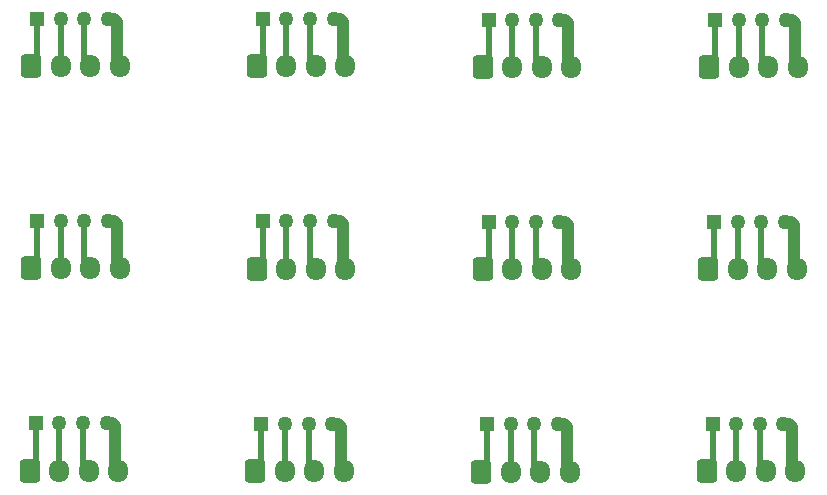
<source format=gbr>
%TF.GenerationSoftware,KiCad,Pcbnew,9.0.2*%
%TF.CreationDate,2025-05-19T21:39:43+01:00*%
%TF.ProjectId,grove_adaptor_panel,67726f76-655f-4616-9461-70746f725f70,rev?*%
%TF.SameCoordinates,Original*%
%TF.FileFunction,Copper,L1,Top*%
%TF.FilePolarity,Positive*%
%FSLAX46Y46*%
G04 Gerber Fmt 4.6, Leading zero omitted, Abs format (unit mm)*
G04 Created by KiCad (PCBNEW 9.0.2) date 2025-05-19 21:39:43*
%MOMM*%
%LPD*%
G01*
G04 APERTURE LIST*
G04 Aperture macros list*
%AMRoundRect*
0 Rectangle with rounded corners*
0 $1 Rounding radius*
0 $2 $3 $4 $5 $6 $7 $8 $9 X,Y pos of 4 corners*
0 Add a 4 corners polygon primitive as box body*
4,1,4,$2,$3,$4,$5,$6,$7,$8,$9,$2,$3,0*
0 Add four circle primitives for the rounded corners*
1,1,$1+$1,$2,$3*
1,1,$1+$1,$4,$5*
1,1,$1+$1,$6,$7*
1,1,$1+$1,$8,$9*
0 Add four rect primitives between the rounded corners*
20,1,$1+$1,$2,$3,$4,$5,0*
20,1,$1+$1,$4,$5,$6,$7,0*
20,1,$1+$1,$6,$7,$8,$9,0*
20,1,$1+$1,$8,$9,$2,$3,0*%
G04 Aperture macros list end*
%TA.AperFunction,ComponentPad*%
%ADD10R,1.270000X1.270000*%
%TD*%
%TA.AperFunction,ComponentPad*%
%ADD11C,1.270000*%
%TD*%
%TA.AperFunction,ComponentPad*%
%ADD12RoundRect,0.250000X-0.600000X-0.725000X0.600000X-0.725000X0.600000X0.725000X-0.600000X0.725000X0*%
%TD*%
%TA.AperFunction,ComponentPad*%
%ADD13O,1.700000X1.950000*%
%TD*%
%TA.AperFunction,Conductor*%
%ADD14C,1.000000*%
%TD*%
%TA.AperFunction,Conductor*%
%ADD15C,0.500000*%
%TD*%
G04 APERTURE END LIST*
D10*
%TO.P,J2,1*%
%TO.N,N/C*%
X136993000Y-107022000D03*
D11*
%TO.P,J2,2*%
X138993000Y-107022000D03*
%TO.P,J2,3*%
X140993000Y-107022000D03*
%TO.P,J2,4*%
X142993000Y-107022000D03*
%TD*%
D12*
%TO.P,J1,1*%
%TO.N,N/C*%
X136493000Y-111022000D03*
D13*
%TO.P,J1,2*%
X138993000Y-111022000D03*
%TO.P,J1,3*%
X141493000Y-111022000D03*
%TO.P,J1,4*%
X143993000Y-111022000D03*
%TD*%
D10*
%TO.P,J2,1*%
%TO.N,N/C*%
X156170000Y-89877000D03*
D11*
%TO.P,J2,2*%
X158170000Y-89877000D03*
%TO.P,J2,3*%
X160170000Y-89877000D03*
%TO.P,J2,4*%
X162170000Y-89877000D03*
%TD*%
D12*
%TO.P,J1,1*%
%TO.N,N/C*%
X155670000Y-93877000D03*
D13*
%TO.P,J1,2*%
X158170000Y-93877000D03*
%TO.P,J1,3*%
X160670000Y-93877000D03*
%TO.P,J1,4*%
X163170000Y-93877000D03*
%TD*%
D10*
%TO.P,J2,1*%
%TO.N,N/C*%
X136993000Y-89877000D03*
D11*
%TO.P,J2,2*%
X138993000Y-89877000D03*
%TO.P,J2,3*%
X140993000Y-89877000D03*
%TO.P,J2,4*%
X142993000Y-89877000D03*
%TD*%
D12*
%TO.P,J1,1*%
%TO.N,N/C*%
X136493000Y-93877000D03*
D13*
%TO.P,J1,2*%
X138993000Y-93877000D03*
%TO.P,J1,3*%
X141493000Y-93877000D03*
%TO.P,J1,4*%
X143993000Y-93877000D03*
%TD*%
D10*
%TO.P,J2,1*%
%TO.N,N/C*%
X117879500Y-106958500D03*
D11*
%TO.P,J2,2*%
X119879500Y-106958500D03*
%TO.P,J2,3*%
X121879500Y-106958500D03*
%TO.P,J2,4*%
X123879500Y-106958500D03*
%TD*%
D12*
%TO.P,J1,1*%
%TO.N,N/C*%
X117379500Y-110958500D03*
D13*
%TO.P,J1,2*%
X119879500Y-110958500D03*
%TO.P,J1,3*%
X122379500Y-110958500D03*
%TO.P,J1,4*%
X124879500Y-110958500D03*
%TD*%
D12*
%TO.P,J1,1*%
%TO.N,N/C*%
X98149000Y-128065500D03*
D13*
%TO.P,J1,2*%
X100649000Y-128065500D03*
%TO.P,J1,3*%
X103149000Y-128065500D03*
%TO.P,J1,4*%
X105649000Y-128065500D03*
%TD*%
D10*
%TO.P,J2,1*%
%TO.N,N/C*%
X98649000Y-124065500D03*
D11*
%TO.P,J2,2*%
X100649000Y-124065500D03*
%TO.P,J2,3*%
X102649000Y-124065500D03*
%TO.P,J2,4*%
X104649000Y-124065500D03*
%TD*%
%TO.P,J2,4*%
%TO.N,GND*%
X104776000Y-106920500D03*
%TO.P,J2,3*%
%TO.N,+5V*%
X102776000Y-106920500D03*
%TO.P,J2,2*%
%TO.N,Net-(J1-Pad2)*%
X100776000Y-106920500D03*
D10*
%TO.P,J2,1*%
%TO.N,Net-(J1-Pad1)*%
X98776000Y-106920500D03*
%TD*%
D13*
%TO.P,J1,4*%
%TO.N,GND*%
X105776000Y-110920500D03*
%TO.P,J1,3*%
%TO.N,+5V*%
X103276000Y-110920500D03*
%TO.P,J1,2*%
%TO.N,Net-(J1-Pad2)*%
X100776000Y-110920500D03*
D12*
%TO.P,J1,1*%
%TO.N,Net-(J1-Pad1)*%
X98276000Y-110920500D03*
%TD*%
D11*
%TO.P,J2,4*%
%TO.N,GND*%
X161959500Y-124087500D03*
%TO.P,J2,3*%
%TO.N,+5V*%
X159959500Y-124087500D03*
%TO.P,J2,2*%
%TO.N,Net-(J1-Pad2)*%
X157959500Y-124087500D03*
D10*
%TO.P,J2,1*%
%TO.N,Net-(J1-Pad1)*%
X155959500Y-124087500D03*
%TD*%
D11*
%TO.P,J2,4*%
%TO.N,GND*%
X142856000Y-124151000D03*
%TO.P,J2,3*%
%TO.N,+5V*%
X140856000Y-124151000D03*
%TO.P,J2,2*%
%TO.N,Net-(J1-Pad2)*%
X138856000Y-124151000D03*
D10*
%TO.P,J2,1*%
%TO.N,Net-(J1-Pad1)*%
X136856000Y-124151000D03*
%TD*%
D11*
%TO.P,J2,4*%
%TO.N,GND*%
X123752500Y-124087500D03*
%TO.P,J2,3*%
%TO.N,+5V*%
X121752500Y-124087500D03*
%TO.P,J2,2*%
%TO.N,Net-(J1-Pad2)*%
X119752500Y-124087500D03*
D10*
%TO.P,J2,1*%
%TO.N,Net-(J1-Pad1)*%
X117752500Y-124087500D03*
%TD*%
D11*
%TO.P,J2,4*%
%TO.N,GND*%
X162086500Y-107025500D03*
%TO.P,J2,3*%
%TO.N,+5V*%
X160086500Y-107025500D03*
%TO.P,J2,2*%
%TO.N,Net-(J1-Pad2)*%
X158086500Y-107025500D03*
D10*
%TO.P,J2,1*%
%TO.N,Net-(J1-Pad1)*%
X156086500Y-107025500D03*
%TD*%
D11*
%TO.P,J2,4*%
%TO.N,GND*%
X123879500Y-89817000D03*
%TO.P,J2,3*%
%TO.N,+5V*%
X121879500Y-89817000D03*
%TO.P,J2,2*%
%TO.N,Net-(J1-Pad2)*%
X119879500Y-89817000D03*
D10*
%TO.P,J2,1*%
%TO.N,Net-(J1-Pad1)*%
X117879500Y-89817000D03*
%TD*%
D13*
%TO.P,J1,4*%
%TO.N,GND*%
X162959500Y-128087500D03*
%TO.P,J1,3*%
%TO.N,+5V*%
X160459500Y-128087500D03*
%TO.P,J1,2*%
%TO.N,Net-(J1-Pad2)*%
X157959500Y-128087500D03*
D12*
%TO.P,J1,1*%
%TO.N,Net-(J1-Pad1)*%
X155459500Y-128087500D03*
%TD*%
D13*
%TO.P,J1,4*%
%TO.N,GND*%
X143856000Y-128151000D03*
%TO.P,J1,3*%
%TO.N,+5V*%
X141356000Y-128151000D03*
%TO.P,J1,2*%
%TO.N,Net-(J1-Pad2)*%
X138856000Y-128151000D03*
D12*
%TO.P,J1,1*%
%TO.N,Net-(J1-Pad1)*%
X136356000Y-128151000D03*
%TD*%
D13*
%TO.P,J1,4*%
%TO.N,GND*%
X124752500Y-128087500D03*
%TO.P,J1,3*%
%TO.N,+5V*%
X122252500Y-128087500D03*
%TO.P,J1,2*%
%TO.N,Net-(J1-Pad2)*%
X119752500Y-128087500D03*
D12*
%TO.P,J1,1*%
%TO.N,Net-(J1-Pad1)*%
X117252500Y-128087500D03*
%TD*%
D13*
%TO.P,J1,4*%
%TO.N,GND*%
X163086500Y-111025500D03*
%TO.P,J1,3*%
%TO.N,+5V*%
X160586500Y-111025500D03*
%TO.P,J1,2*%
%TO.N,Net-(J1-Pad2)*%
X158086500Y-111025500D03*
D12*
%TO.P,J1,1*%
%TO.N,Net-(J1-Pad1)*%
X155586500Y-111025500D03*
%TD*%
D13*
%TO.P,J1,4*%
%TO.N,GND*%
X124879500Y-93817000D03*
%TO.P,J1,3*%
%TO.N,+5V*%
X122379500Y-93817000D03*
%TO.P,J1,2*%
%TO.N,Net-(J1-Pad2)*%
X119879500Y-93817000D03*
D12*
%TO.P,J1,1*%
%TO.N,Net-(J1-Pad1)*%
X117379500Y-93817000D03*
%TD*%
D11*
%TO.P,J2,4*%
%TO.N,GND*%
X104776000Y-89817000D03*
%TO.P,J2,3*%
%TO.N,+5V*%
X102776000Y-89817000D03*
%TO.P,J2,2*%
%TO.N,Net-(J1-Pad2)*%
X100776000Y-89817000D03*
D10*
%TO.P,J2,1*%
%TO.N,Net-(J1-Pad1)*%
X98776000Y-89817000D03*
%TD*%
D13*
%TO.P,J1,4*%
%TO.N,GND*%
X105776000Y-93817000D03*
%TO.P,J1,3*%
%TO.N,+5V*%
X103276000Y-93817000D03*
%TO.P,J1,2*%
%TO.N,Net-(J1-Pad2)*%
X100776000Y-93817000D03*
D12*
%TO.P,J1,1*%
%TO.N,Net-(J1-Pad1)*%
X98276000Y-93817000D03*
%TD*%
D14*
%TO.N,*%
X105649000Y-128065500D02*
X105399000Y-127815500D01*
X105149000Y-124065500D02*
X104649000Y-124065500D01*
X105399000Y-124315500D02*
X105149000Y-124065500D01*
X105399000Y-127815500D02*
X105399000Y-124315500D01*
D15*
X102649000Y-124065500D02*
X102649000Y-127565500D01*
X102649000Y-127565500D02*
X103149000Y-128065500D01*
X100649000Y-124065500D02*
X100649000Y-128065500D01*
X98149000Y-128065500D02*
X98649000Y-127565500D01*
X98649000Y-127565500D02*
X98649000Y-124065500D01*
D14*
X124629500Y-110708500D02*
X124629500Y-107208500D01*
X124629500Y-107208500D02*
X124379500Y-106958500D01*
X124379500Y-106958500D02*
X123879500Y-106958500D01*
X124879500Y-110958500D02*
X124629500Y-110708500D01*
D15*
X121879500Y-106958500D02*
X121879500Y-110458500D01*
X121879500Y-110458500D02*
X122379500Y-110958500D01*
X119879500Y-106958500D02*
X119879500Y-110958500D01*
X117879500Y-110458500D02*
X117879500Y-106958500D01*
X117379500Y-110958500D02*
X117879500Y-110458500D01*
D14*
X143743000Y-93627000D02*
X143743000Y-90127000D01*
X143743000Y-90127000D02*
X143493000Y-89877000D01*
X143493000Y-89877000D02*
X142993000Y-89877000D01*
X143993000Y-93877000D02*
X143743000Y-93627000D01*
D15*
X140993000Y-89877000D02*
X140993000Y-93377000D01*
X140993000Y-93377000D02*
X141493000Y-93877000D01*
X138993000Y-89877000D02*
X138993000Y-93877000D01*
X136993000Y-93377000D02*
X136993000Y-89877000D01*
X136493000Y-93877000D02*
X136993000Y-93377000D01*
D14*
X162920000Y-93627000D02*
X162920000Y-90127000D01*
X162920000Y-90127000D02*
X162670000Y-89877000D01*
X162670000Y-89877000D02*
X162170000Y-89877000D01*
X163170000Y-93877000D02*
X162920000Y-93627000D01*
D15*
X160170000Y-89877000D02*
X160170000Y-93377000D01*
X160170000Y-93377000D02*
X160670000Y-93877000D01*
X158170000Y-89877000D02*
X158170000Y-93877000D01*
X156170000Y-93377000D02*
X156170000Y-89877000D01*
X155670000Y-93877000D02*
X156170000Y-93377000D01*
D14*
X143743000Y-110772000D02*
X143743000Y-107272000D01*
X143743000Y-107272000D02*
X143493000Y-107022000D01*
X143493000Y-107022000D02*
X142993000Y-107022000D01*
X143993000Y-111022000D02*
X143743000Y-110772000D01*
D15*
X140993000Y-107022000D02*
X140993000Y-110522000D01*
X140993000Y-110522000D02*
X141493000Y-111022000D01*
X138993000Y-107022000D02*
X138993000Y-111022000D01*
X136993000Y-110522000D02*
X136993000Y-107022000D01*
X136493000Y-111022000D02*
X136993000Y-110522000D01*
D14*
%TO.N,GND*%
X105276000Y-89817000D02*
X104776000Y-89817000D01*
X105526000Y-90067000D02*
X105276000Y-89817000D01*
X105526000Y-93567000D02*
X105526000Y-90067000D01*
X105776000Y-93817000D02*
X105526000Y-93567000D01*
X124629500Y-93567000D02*
X124629500Y-90067000D01*
X162836500Y-110775500D02*
X162836500Y-107275500D01*
X124502500Y-127837500D02*
X124502500Y-124337500D01*
X143606000Y-127901000D02*
X143606000Y-124401000D01*
X162709500Y-127837500D02*
X162709500Y-124337500D01*
X124379500Y-89817000D02*
X123879500Y-89817000D01*
X162586500Y-107025500D02*
X162086500Y-107025500D01*
X124252500Y-124087500D02*
X123752500Y-124087500D01*
X143356000Y-124151000D02*
X142856000Y-124151000D01*
X162459500Y-124087500D02*
X161959500Y-124087500D01*
X124879500Y-93817000D02*
X124629500Y-93567000D01*
X163086500Y-111025500D02*
X162836500Y-110775500D01*
X124752500Y-128087500D02*
X124502500Y-127837500D01*
X143856000Y-128151000D02*
X143606000Y-127901000D01*
X162959500Y-128087500D02*
X162709500Y-127837500D01*
X124629500Y-90067000D02*
X124379500Y-89817000D01*
X162836500Y-107275500D02*
X162586500Y-107025500D01*
X124502500Y-124337500D02*
X124252500Y-124087500D01*
X143606000Y-124401000D02*
X143356000Y-124151000D01*
X162709500Y-124337500D02*
X162459500Y-124087500D01*
X105526000Y-110670500D02*
X105526000Y-107170500D01*
X105526000Y-107170500D02*
X105276000Y-106920500D01*
X105276000Y-106920500D02*
X104776000Y-106920500D01*
X105776000Y-110920500D02*
X105526000Y-110670500D01*
D15*
%TO.N,+5V*%
X102776000Y-93317000D02*
X103276000Y-93817000D01*
X102776000Y-89817000D02*
X102776000Y-93317000D01*
X121879500Y-93317000D02*
X122379500Y-93817000D01*
X160086500Y-110525500D02*
X160586500Y-111025500D01*
X121752500Y-127587500D02*
X122252500Y-128087500D01*
X140856000Y-127651000D02*
X141356000Y-128151000D01*
X159959500Y-127587500D02*
X160459500Y-128087500D01*
X121879500Y-89817000D02*
X121879500Y-93317000D01*
X160086500Y-107025500D02*
X160086500Y-110525500D01*
X121752500Y-124087500D02*
X121752500Y-127587500D01*
X140856000Y-124151000D02*
X140856000Y-127651000D01*
X159959500Y-124087500D02*
X159959500Y-127587500D01*
X102776000Y-110420500D02*
X103276000Y-110920500D01*
X102776000Y-106920500D02*
X102776000Y-110420500D01*
%TO.N,Net-(J1-Pad2)*%
X100776000Y-89817000D02*
X100776000Y-93817000D01*
X119879500Y-89817000D02*
X119879500Y-93817000D01*
X158086500Y-107025500D02*
X158086500Y-111025500D01*
X119752500Y-124087500D02*
X119752500Y-128087500D01*
X138856000Y-124151000D02*
X138856000Y-128151000D01*
X157959500Y-124087500D02*
X157959500Y-128087500D01*
X100776000Y-106920500D02*
X100776000Y-110920500D01*
%TO.N,Net-(J1-Pad1)*%
X98776000Y-93317000D02*
X98776000Y-89817000D01*
X98276000Y-93817000D02*
X98776000Y-93317000D01*
X117879500Y-93317000D02*
X117879500Y-89817000D01*
X156086500Y-110525500D02*
X156086500Y-107025500D01*
X117752500Y-127587500D02*
X117752500Y-124087500D01*
X136856000Y-127651000D02*
X136856000Y-124151000D01*
X155959500Y-127587500D02*
X155959500Y-124087500D01*
X117379500Y-93817000D02*
X117879500Y-93317000D01*
X155586500Y-111025500D02*
X156086500Y-110525500D01*
X117252500Y-128087500D02*
X117752500Y-127587500D01*
X136356000Y-128151000D02*
X136856000Y-127651000D01*
X155459500Y-128087500D02*
X155959500Y-127587500D01*
X98776000Y-110420500D02*
X98776000Y-106920500D01*
X98276000Y-110920500D02*
X98776000Y-110420500D01*
%TD*%
M02*

</source>
